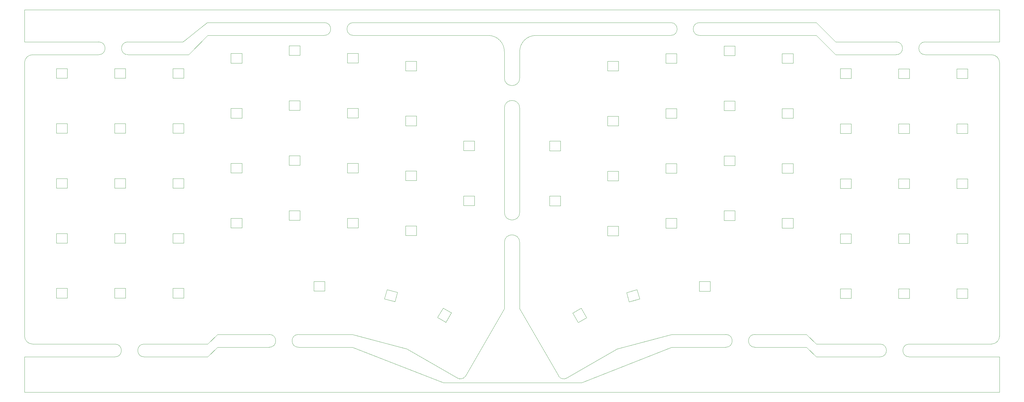
<source format=gbr>
%TF.GenerationSoftware,KiCad,Pcbnew,7.0.8*%
%TF.CreationDate,2025-08-29T19:51:40-04:00*%
%TF.ProjectId,Sango,53616e67-6f2e-46b6-9963-61645f706362,rev?*%
%TF.SameCoordinates,Original*%
%TF.FileFunction,Profile,NP*%
%FSLAX46Y46*%
G04 Gerber Fmt 4.6, Leading zero omitted, Abs format (unit mm)*
G04 Created by KiCad (PCBNEW 7.0.8) date 2025-08-29 19:51:40*
%MOMM*%
%LPD*%
G01*
G04 APERTURE LIST*
%TA.AperFunction,Profile*%
%ADD10C,0.100000*%
%TD*%
%TA.AperFunction,Profile*%
%ADD11C,0.120000*%
%TD*%
G04 APERTURE END LIST*
D10*
X320000000Y-285000000D02*
X323000000Y-288000000D01*
X76730000Y-184000000D02*
X76730000Y-194000000D01*
X161940000Y-289000000D02*
X178730000Y-289000000D01*
X225980000Y-247025000D02*
X225980000Y-214605000D01*
X76730000Y-303000000D02*
X380000000Y-303000000D01*
X286720000Y-192000000D02*
X320000000Y-192000000D01*
X76730000Y-292000000D02*
X76730000Y-303000000D01*
X329000000Y-194000000D02*
X323000000Y-188000000D01*
X136730000Y-192000000D02*
X133730000Y-192000000D01*
X161940000Y-285000000D02*
G75*
G03*
X161940000Y-289000000I0J-2000000D01*
G01*
X113940000Y-288000000D02*
X133730000Y-288000000D01*
X225980000Y-256415000D02*
X225980000Y-277000000D01*
X377500000Y-198000000D02*
X375750000Y-198000000D01*
X356890000Y-194000000D02*
G75*
G03*
X356890000Y-198000000I0J-2000000D01*
G01*
X99780000Y-198000000D02*
G75*
G03*
X99780000Y-194000000I0J2000000D01*
G01*
X133730000Y-292000000D02*
X113940000Y-292000000D01*
X127730000Y-198000000D02*
X133730000Y-192000000D01*
X380000000Y-285500000D02*
X380000000Y-212030000D01*
X230750000Y-214605000D02*
G75*
G03*
X225980000Y-214605000I-2385000J0D01*
G01*
X380000000Y-204000000D02*
X380000000Y-200500000D01*
X225980000Y-197000000D02*
G75*
G03*
X220980000Y-192000000I-5000000J0D01*
G01*
X169960000Y-188000000D02*
X133500000Y-188000000D01*
X277720000Y-188000000D02*
X179020000Y-188000000D01*
X225980000Y-277000000D02*
X213855199Y-297992800D01*
X136730000Y-285000000D02*
X133730000Y-288000000D01*
X211402305Y-298594003D02*
G75*
G03*
X213855198Y-297992799I928895J1514603D01*
G01*
X286720000Y-188000000D02*
X323000000Y-188000000D01*
X225980000Y-205215000D02*
X225980000Y-197000000D01*
X351930000Y-288000000D02*
G75*
G03*
X351930000Y-292000000I0J-2000000D01*
G01*
X377500000Y-288000000D02*
X351930000Y-288000000D01*
X351930000Y-292000000D02*
X380000000Y-292000000D01*
X380000000Y-200500000D02*
G75*
G03*
X377500000Y-198000000I-2500000J0D01*
G01*
X230750000Y-256415000D02*
G75*
G03*
X225980000Y-256415000I-2385000J0D01*
G01*
X76730000Y-285500000D02*
G75*
G03*
X79230000Y-288000000I2500000J0D01*
G01*
X79230000Y-198000000D02*
G75*
G03*
X76730000Y-200500000I0J-2500000D01*
G01*
X179020000Y-188000000D02*
G75*
G03*
X179020000Y-192000000I0J-2000000D01*
G01*
X211402304Y-298594004D02*
X195659492Y-289516660D01*
X380000000Y-184000000D02*
X380000000Y-194000000D01*
X320000000Y-289000000D02*
X303910000Y-289000000D01*
X303910000Y-285000000D02*
X320000000Y-285000000D01*
X380000000Y-204000000D02*
X380000000Y-212030000D01*
X278000000Y-289000000D02*
X250000000Y-300000000D01*
X76730000Y-184000000D02*
X380000000Y-184000000D01*
X323000000Y-192000000D02*
X320000000Y-192000000D01*
X380000000Y-302000000D02*
X380000000Y-303000000D01*
X152860000Y-285000000D02*
X136730000Y-285000000D01*
X152860000Y-289000000D02*
G75*
G03*
X152860000Y-285000000I0J2000000D01*
G01*
X104850000Y-292000000D02*
G75*
G03*
X104850000Y-288000000I0J2000000D01*
G01*
X356890000Y-198000000D02*
X375750000Y-198000000D01*
X377500000Y-288000000D02*
G75*
G03*
X380000000Y-285500000I0J2500000D01*
G01*
X242874801Y-297992800D02*
X230750000Y-277000000D01*
X220980000Y-192000000D02*
X179020000Y-192000000D01*
X342820000Y-292000000D02*
G75*
G03*
X342820000Y-288000000I0J2000000D01*
G01*
X342820000Y-292000000D02*
X323000000Y-292000000D01*
X76730000Y-285500000D02*
X76730000Y-212030000D01*
X329000000Y-198000000D02*
X323000000Y-192000000D01*
X347820000Y-198000000D02*
X329000000Y-198000000D01*
X230750000Y-205215000D02*
X230750000Y-197000000D01*
X235750000Y-192000000D02*
X277720000Y-192000000D01*
X380000000Y-302000000D02*
X380000000Y-292000000D01*
X99780000Y-194000000D02*
X76730000Y-194000000D01*
X136730000Y-289000000D02*
X133730000Y-292000000D01*
X286720000Y-188000000D02*
G75*
G03*
X286720000Y-192000000I0J-2000000D01*
G01*
X303910000Y-285000000D02*
G75*
G03*
X303910000Y-289000000I0J-2000000D01*
G01*
X230750000Y-214605000D02*
X230750000Y-247025000D01*
X108890000Y-194000000D02*
X126000000Y-194000000D01*
X169960000Y-192000000D02*
X136730000Y-192000000D01*
X76730000Y-200500000D02*
X76730000Y-212030000D01*
X323000000Y-292000000D02*
X320000000Y-289000000D01*
X136730000Y-289000000D02*
X152860000Y-289000000D01*
X380000000Y-194000000D02*
X356890000Y-194000000D01*
X294850000Y-289000000D02*
G75*
G03*
X294850000Y-285000000I0J2000000D01*
G01*
X278000000Y-285000000D02*
X294850000Y-285000000D01*
X230750000Y-256415000D02*
X230750000Y-277000000D01*
X261070508Y-289516660D02*
X245327696Y-298594004D01*
X195659492Y-289516660D02*
X178730000Y-285000000D01*
X108890000Y-198000000D02*
X127730000Y-198000000D01*
X347820000Y-194000000D02*
X329000000Y-194000000D01*
X207000000Y-300000000D02*
X178730000Y-289000000D01*
X82730000Y-198000000D02*
X79230000Y-198000000D01*
X342820000Y-288000000D02*
X323000000Y-288000000D01*
X277720000Y-192000000D02*
G75*
G03*
X277720000Y-188000000I0J2000000D01*
G01*
X250000000Y-300000000D02*
X207000000Y-300000000D01*
X235750000Y-192000000D02*
G75*
G03*
X230750000Y-197000000I0J-5000000D01*
G01*
X294850000Y-289000000D02*
X278000000Y-289000000D01*
X242874801Y-297992800D02*
G75*
G03*
X245327696Y-298594004I1523999J913400D01*
G01*
X347820000Y-198000000D02*
G75*
G03*
X347820000Y-194000000I0J2000000D01*
G01*
X225980000Y-205215000D02*
G75*
G03*
X230750000Y-205215000I2385000J0D01*
G01*
X99780000Y-198000000D02*
X82730000Y-198000000D01*
X79230000Y-288000000D02*
X104850000Y-288000000D01*
X169960000Y-192000000D02*
G75*
G03*
X169960000Y-188000000I0J2000000D01*
G01*
X113940000Y-288000000D02*
G75*
G03*
X113940000Y-292000000I0J-2000000D01*
G01*
X76730000Y-292000000D02*
X104850000Y-292000000D01*
X108890000Y-194000000D02*
G75*
G03*
X108890000Y-198000000I0J-2000000D01*
G01*
X225980000Y-247025000D02*
G75*
G03*
X230750000Y-247025000I2385000J0D01*
G01*
X133500000Y-188000000D02*
X126000000Y-194000000D01*
X161940000Y-285000000D02*
X178730000Y-285000000D01*
X278000000Y-285000000D02*
X261070508Y-289516660D01*
D11*
%TO.C,D139*%
X144330000Y-251862582D02*
X140930000Y-251862582D01*
X144330000Y-248862582D02*
X144330000Y-251862582D01*
X140930000Y-251862582D02*
X140930000Y-248862582D01*
X140930000Y-248862582D02*
X144330000Y-248862582D01*
%TO.C,D100*%
X159030000Y-229394000D02*
X162430000Y-229394000D01*
X159030000Y-232394000D02*
X159030000Y-229394000D01*
X162430000Y-229394000D02*
X162430000Y-232394000D01*
X162430000Y-232394000D02*
X159030000Y-232394000D01*
%TO.C,D121*%
X140930000Y-231769000D02*
X144330000Y-231769000D01*
X140930000Y-234769000D02*
X140930000Y-231769000D01*
X144330000Y-231769000D02*
X144330000Y-234769000D01*
X144330000Y-234769000D02*
X140930000Y-234769000D01*
%TO.C,D94*%
X370075000Y-239568582D02*
X366675000Y-239568582D01*
X370075000Y-236568582D02*
X370075000Y-239568582D01*
X366675000Y-239568582D02*
X366675000Y-236568582D01*
X366675000Y-236568582D02*
X370075000Y-236568582D01*
%TO.C,D96*%
X333875000Y-239568582D02*
X330475000Y-239568582D01*
X333875000Y-236568582D02*
X333875000Y-239568582D01*
X330475000Y-239568582D02*
X330475000Y-236568582D01*
X330475000Y-236568582D02*
X333875000Y-236568582D01*
%TO.C,D80*%
X294300000Y-212368582D02*
X297700000Y-212368582D01*
X294300000Y-215368582D02*
X294300000Y-212368582D01*
X297700000Y-212368582D02*
X297700000Y-215368582D01*
X297700000Y-215368582D02*
X294300000Y-215368582D01*
%TO.C,D123*%
X240025000Y-241968582D02*
X243425000Y-241968582D01*
X240025000Y-244968582D02*
X240025000Y-241968582D01*
X243425000Y-241968582D02*
X243425000Y-244968582D01*
X243425000Y-244968582D02*
X240025000Y-244968582D01*
%TO.C,D119*%
X86630000Y-202294000D02*
X90030000Y-202294000D01*
X86630000Y-205294000D02*
X86630000Y-202294000D01*
X90030000Y-202294000D02*
X90030000Y-205294000D01*
X90030000Y-205294000D02*
X86630000Y-205294000D01*
%TO.C,D138*%
X162430000Y-249487582D02*
X159030000Y-249487582D01*
X162430000Y-246487582D02*
X162430000Y-249487582D01*
X159030000Y-249487582D02*
X159030000Y-246487582D01*
X159030000Y-246487582D02*
X162430000Y-246487582D01*
%TO.C,D75*%
X333875000Y-205321600D02*
X330475000Y-205321600D01*
X333875000Y-202321600D02*
X333875000Y-205321600D01*
X330475000Y-205321600D02*
X330475000Y-202321600D01*
X330475000Y-202321600D02*
X333875000Y-202321600D01*
%TO.C,D126*%
X294300000Y-246543582D02*
X297700000Y-246543582D01*
X294300000Y-249543582D02*
X294300000Y-246543582D01*
X297700000Y-246543582D02*
X297700000Y-249543582D01*
X297700000Y-249543582D02*
X294300000Y-249543582D01*
%TO.C,D125*%
X276200000Y-248918582D02*
X279600000Y-248918582D01*
X276200000Y-251918582D02*
X276200000Y-248918582D01*
X279600000Y-248918582D02*
X279600000Y-251918582D01*
X279600000Y-251918582D02*
X276200000Y-251918582D01*
%TO.C,D142*%
X104730000Y-270669000D02*
X108130000Y-270669000D01*
X104730000Y-273669000D02*
X104730000Y-270669000D01*
X108130000Y-270669000D02*
X108130000Y-273669000D01*
X108130000Y-273669000D02*
X104730000Y-273669000D01*
%TO.C,D120*%
X180530000Y-217669000D02*
X177130000Y-217669000D01*
X180530000Y-214669000D02*
X180530000Y-217669000D01*
X177130000Y-217669000D02*
X177130000Y-214669000D01*
X177130000Y-214669000D02*
X180530000Y-214669000D01*
%TO.C,D99*%
X162430000Y-215294000D02*
X159030000Y-215294000D01*
X162430000Y-212294000D02*
X162430000Y-215294000D01*
X159030000Y-215294000D02*
X159030000Y-212294000D01*
X159030000Y-212294000D02*
X162430000Y-212294000D01*
%TO.C,D141*%
X86630000Y-270669000D02*
X90030000Y-270669000D01*
X86630000Y-273669000D02*
X86630000Y-270669000D01*
X90030000Y-270669000D02*
X90030000Y-273669000D01*
X90030000Y-273669000D02*
X86630000Y-273669000D01*
%TO.C,D102*%
X122830000Y-202294000D02*
X126230000Y-202294000D01*
X122830000Y-205294000D02*
X122830000Y-202294000D01*
X126230000Y-202294000D02*
X126230000Y-205294000D01*
X126230000Y-205294000D02*
X122830000Y-205294000D01*
%TO.C,D133*%
X268023799Y-273974344D02*
X264739652Y-274854329D01*
X267247342Y-271076567D02*
X268023799Y-273974344D01*
X264739652Y-274854329D02*
X263963195Y-271956552D01*
X263963195Y-271956552D02*
X267247342Y-271076567D01*
%TO.C,D83*%
X348575000Y-219493582D02*
X351975000Y-219493582D01*
X348575000Y-222493582D02*
X348575000Y-219493582D01*
X351975000Y-219493582D02*
X351975000Y-222493582D01*
X351975000Y-222493582D02*
X348575000Y-222493582D01*
%TO.C,D82*%
X330475000Y-219493582D02*
X333875000Y-219493582D01*
X330475000Y-222493582D02*
X330475000Y-219493582D01*
X333875000Y-219493582D02*
X333875000Y-222493582D01*
X333875000Y-222493582D02*
X330475000Y-222493582D01*
%TO.C,D107*%
X126230000Y-222394000D02*
X122830000Y-222394000D01*
X126230000Y-219394000D02*
X126230000Y-222394000D01*
X122830000Y-222394000D02*
X122830000Y-219394000D01*
X122830000Y-219394000D02*
X126230000Y-219394000D01*
%TO.C,D116*%
X198616577Y-220069000D02*
X195216577Y-220069000D01*
X198616577Y-217069000D02*
X198616577Y-220069000D01*
X195216577Y-220069000D02*
X195216577Y-217069000D01*
X195216577Y-217069000D02*
X198616577Y-217069000D01*
%TO.C,D79*%
X261500000Y-202993582D02*
X258100000Y-202993582D01*
X261500000Y-199993582D02*
X261500000Y-202993582D01*
X258100000Y-202993582D02*
X258100000Y-199993582D01*
X258100000Y-199993582D02*
X261500000Y-199993582D01*
%TO.C,D106*%
X140930000Y-197594000D02*
X144330000Y-197594000D01*
X140930000Y-200594000D02*
X140930000Y-197594000D01*
X144330000Y-197594000D02*
X144330000Y-200594000D01*
X144330000Y-200594000D02*
X140930000Y-200594000D01*
%TO.C,D98*%
X104730000Y-202294000D02*
X108130000Y-202294000D01*
X104730000Y-205294000D02*
X104730000Y-202294000D01*
X108130000Y-202294000D02*
X108130000Y-205294000D01*
X108130000Y-205294000D02*
X104730000Y-205294000D01*
%TO.C,D118*%
X195216577Y-199994000D02*
X198616577Y-199994000D01*
X195216577Y-202994000D02*
X195216577Y-199994000D01*
X198616577Y-199994000D02*
X198616577Y-202994000D01*
X198616577Y-202994000D02*
X195216577Y-202994000D01*
%TO.C,D84*%
X366675000Y-219493582D02*
X370075000Y-219493582D01*
X366675000Y-222493582D02*
X366675000Y-219493582D01*
X370075000Y-219493582D02*
X370075000Y-222493582D01*
X370075000Y-222493582D02*
X366675000Y-222493582D01*
%TO.C,D137*%
X180530000Y-251862582D02*
X177130000Y-251862582D01*
X180530000Y-248862582D02*
X180530000Y-251862582D01*
X177130000Y-251862582D02*
X177130000Y-248862582D01*
X177130000Y-248862582D02*
X180530000Y-248862582D01*
%TO.C,D89*%
X240025000Y-224868582D02*
X243425000Y-224868582D01*
X240025000Y-227868582D02*
X240025000Y-224868582D01*
X243425000Y-224868582D02*
X243425000Y-227868582D01*
X243425000Y-227868582D02*
X240025000Y-227868582D01*
%TO.C,D90*%
X258100000Y-217093582D02*
X261500000Y-217093582D01*
X258100000Y-220093582D02*
X258100000Y-217093582D01*
X261500000Y-217093582D02*
X261500000Y-220093582D01*
X261500000Y-220093582D02*
X258100000Y-220093582D01*
%TO.C,D85*%
X370075000Y-205393582D02*
X366675000Y-205393582D01*
X370075000Y-202393582D02*
X370075000Y-205393582D01*
X366675000Y-205393582D02*
X366675000Y-202393582D01*
X366675000Y-202393582D02*
X370075000Y-202393582D01*
%TO.C,D76*%
X315775000Y-200618582D02*
X312375000Y-200618582D01*
X315775000Y-197618582D02*
X315775000Y-200618582D01*
X312375000Y-200618582D02*
X312375000Y-197618582D01*
X312375000Y-197618582D02*
X315775000Y-197618582D01*
%TO.C,D128*%
X330475000Y-253668582D02*
X333875000Y-253668582D01*
X330475000Y-256668582D02*
X330475000Y-253668582D01*
X333875000Y-253668582D02*
X333875000Y-256668582D01*
X333875000Y-256668582D02*
X330475000Y-256668582D01*
%TO.C,D101*%
X108130000Y-256594000D02*
X104730000Y-256594000D01*
X108130000Y-253594000D02*
X108130000Y-256594000D01*
X104730000Y-256594000D02*
X104730000Y-253594000D01*
X104730000Y-253594000D02*
X108130000Y-253594000D01*
%TO.C,D78*%
X279600000Y-200618582D02*
X276200000Y-200618582D01*
X279600000Y-197618582D02*
X279600000Y-200618582D01*
X276200000Y-200618582D02*
X276200000Y-197618582D01*
X276200000Y-197618582D02*
X279600000Y-197618582D01*
%TO.C,D104*%
X177130000Y-231769000D02*
X180530000Y-231769000D01*
X177130000Y-234769000D02*
X177130000Y-231769000D01*
X180530000Y-231769000D02*
X180530000Y-234769000D01*
X180530000Y-234769000D02*
X177130000Y-234769000D01*
%TO.C,D108*%
X195216577Y-234144000D02*
X198616577Y-234144000D01*
X195216577Y-237144000D02*
X195216577Y-234144000D01*
X198616577Y-234144000D02*
X198616577Y-237144000D01*
X198616577Y-237144000D02*
X195216577Y-237144000D01*
%TO.C,D115*%
X90030000Y-222394000D02*
X86630000Y-222394000D01*
X90030000Y-219394000D02*
X90030000Y-222394000D01*
X86630000Y-222394000D02*
X86630000Y-219394000D01*
X86630000Y-219394000D02*
X90030000Y-219394000D01*
%TO.C,D140*%
X126230000Y-256594000D02*
X122830000Y-256594000D01*
X126230000Y-253594000D02*
X126230000Y-256594000D01*
X122830000Y-256594000D02*
X122830000Y-253594000D01*
X122830000Y-253594000D02*
X126230000Y-253594000D01*
%TO.C,D88*%
X261500000Y-237193582D02*
X258100000Y-237193582D01*
X261500000Y-234193582D02*
X261500000Y-237193582D01*
X258100000Y-237193582D02*
X258100000Y-234193582D01*
X258100000Y-234193582D02*
X261500000Y-234193582D01*
%TO.C,D132*%
X289987592Y-271545077D02*
X286587592Y-271545077D01*
X289987592Y-268545077D02*
X289987592Y-271545077D01*
X286587592Y-271545077D02*
X286587592Y-268545077D01*
X286587592Y-268545077D02*
X289987592Y-268545077D01*
%TO.C,D81*%
X312375000Y-214718582D02*
X315775000Y-214718582D01*
X312375000Y-217718582D02*
X312375000Y-214718582D01*
X315775000Y-214718582D02*
X315775000Y-217718582D01*
X315775000Y-217718582D02*
X312375000Y-217718582D01*
%TO.C,D113*%
X104730000Y-236494000D02*
X108130000Y-236494000D01*
X104730000Y-239494000D02*
X104730000Y-236494000D01*
X108130000Y-236494000D02*
X108130000Y-239494000D01*
X108130000Y-239494000D02*
X104730000Y-239494000D01*
%TO.C,D135*%
X216705000Y-244912582D02*
X213305000Y-244912582D01*
X216705000Y-241912582D02*
X216705000Y-244912582D01*
X213305000Y-244912582D02*
X213305000Y-241912582D01*
X213305000Y-241912582D02*
X216705000Y-241912582D01*
%TO.C,D131*%
X333875000Y-273768582D02*
X330475000Y-273768582D01*
X333875000Y-270768582D02*
X333875000Y-273768582D01*
X330475000Y-273768582D02*
X330475000Y-270768582D01*
X330475000Y-270768582D02*
X333875000Y-270768582D01*
%TO.C,D87*%
X279600000Y-234818582D02*
X276200000Y-234818582D01*
X279600000Y-231818582D02*
X279600000Y-234818582D01*
X276200000Y-234818582D02*
X276200000Y-231818582D01*
X276200000Y-231818582D02*
X279600000Y-231818582D01*
%TO.C,D127*%
X312375000Y-248918582D02*
X315775000Y-248918582D01*
X312375000Y-251918582D02*
X312375000Y-248918582D01*
X315775000Y-248918582D02*
X315775000Y-251918582D01*
X315775000Y-251918582D02*
X312375000Y-251918582D01*
%TO.C,D134*%
X248918681Y-281267320D02*
X247218681Y-278322834D01*
X251516757Y-279767320D02*
X248918681Y-281267320D01*
X247218681Y-278322834D02*
X249816757Y-276822834D01*
X249816757Y-276822834D02*
X251516757Y-279767320D01*
%TO.C,D112*%
X216705000Y-227819000D02*
X213305000Y-227819000D01*
X216705000Y-224819000D02*
X216705000Y-227819000D01*
X213305000Y-227819000D02*
X213305000Y-224819000D01*
X213305000Y-224819000D02*
X216705000Y-224819000D01*
%TO.C,D111*%
X108130000Y-222394000D02*
X104730000Y-222394000D01*
X108130000Y-219394000D02*
X108130000Y-222394000D01*
X104730000Y-222394000D02*
X104730000Y-219394000D01*
X104730000Y-219394000D02*
X108130000Y-219394000D01*
%TO.C,D136*%
X198616577Y-254237582D02*
X195216577Y-254237582D01*
X198616577Y-251237582D02*
X198616577Y-254237582D01*
X195216577Y-254237582D02*
X195216577Y-251237582D01*
X195216577Y-251237582D02*
X198616577Y-251237582D01*
%TO.C,D74*%
X351975000Y-205393582D02*
X348575000Y-205393582D01*
X351975000Y-202393582D02*
X351975000Y-205393582D01*
X348575000Y-205393582D02*
X348575000Y-202393582D01*
X348575000Y-202393582D02*
X351975000Y-202393582D01*
%TO.C,D92*%
X348575000Y-253668582D02*
X351975000Y-253668582D01*
X348575000Y-256668582D02*
X348575000Y-253668582D01*
X351975000Y-253668582D02*
X351975000Y-256668582D01*
X351975000Y-256668582D02*
X348575000Y-256668582D01*
%TO.C,D144*%
X166716577Y-268487582D02*
X170116577Y-268487582D01*
X166716577Y-271487582D02*
X166716577Y-268487582D01*
X170116577Y-268487582D02*
X170116577Y-271487582D01*
X170116577Y-271487582D02*
X166716577Y-271487582D01*
%TO.C,D124*%
X258100000Y-251293582D02*
X261500000Y-251293582D01*
X258100000Y-254293582D02*
X258100000Y-251293582D01*
X261500000Y-251293582D02*
X261500000Y-254293582D01*
X261500000Y-254293582D02*
X258100000Y-254293582D01*
%TO.C,D114*%
X177130000Y-197569000D02*
X180530000Y-197569000D01*
X177130000Y-200569000D02*
X177130000Y-197569000D01*
X180530000Y-197569000D02*
X180530000Y-200569000D01*
X180530000Y-200569000D02*
X177130000Y-200569000D01*
%TO.C,D109*%
X86630000Y-236494000D02*
X90030000Y-236494000D01*
X86630000Y-239494000D02*
X86630000Y-236494000D01*
X90030000Y-236494000D02*
X90030000Y-239494000D01*
X90030000Y-239494000D02*
X86630000Y-239494000D01*
%TO.C,D77*%
X297700000Y-198268582D02*
X294300000Y-198268582D01*
X297700000Y-195268582D02*
X297700000Y-198268582D01*
X294300000Y-198268582D02*
X294300000Y-195268582D01*
X294300000Y-195268582D02*
X297700000Y-195268582D01*
%TO.C,D129*%
X370075000Y-273768582D02*
X366675000Y-273768582D01*
X370075000Y-270768582D02*
X370075000Y-273768582D01*
X366675000Y-273768582D02*
X366675000Y-270768582D01*
X366675000Y-270768582D02*
X370075000Y-270768582D01*
%TO.C,D145*%
X189463092Y-271031343D02*
X192747239Y-271911328D01*
X188686635Y-273929120D02*
X189463092Y-271031343D01*
X192747239Y-271911328D02*
X191970782Y-274809105D01*
X191970782Y-274809105D02*
X188686635Y-273929120D01*
%TO.C,D146*%
X205196662Y-279722096D02*
X206896662Y-276777610D01*
X207794738Y-281222096D02*
X205196662Y-279722096D01*
X206896662Y-276777610D02*
X209494738Y-278277610D01*
X209494738Y-278277610D02*
X207794738Y-281222096D01*
%TO.C,D97*%
X315775000Y-234818582D02*
X312375000Y-234818582D01*
X315775000Y-231818582D02*
X315775000Y-234818582D01*
X312375000Y-234818582D02*
X312375000Y-231818582D01*
X312375000Y-231818582D02*
X315775000Y-231818582D01*
%TO.C,D143*%
X122830000Y-270669000D02*
X126230000Y-270669000D01*
X122830000Y-273669000D02*
X122830000Y-270669000D01*
X126230000Y-270669000D02*
X126230000Y-273669000D01*
X126230000Y-273669000D02*
X122830000Y-273669000D01*
%TO.C,D117*%
X122830000Y-236494000D02*
X126230000Y-236494000D01*
X122830000Y-239494000D02*
X122830000Y-236494000D01*
X126230000Y-236494000D02*
X126230000Y-239494000D01*
X126230000Y-239494000D02*
X122830000Y-239494000D01*
%TO.C,D91*%
X276200000Y-214718582D02*
X279600000Y-214718582D01*
X276200000Y-217718582D02*
X276200000Y-214718582D01*
X279600000Y-214718582D02*
X279600000Y-217718582D01*
X279600000Y-217718582D02*
X276200000Y-217718582D01*
%TO.C,D105*%
X90030000Y-256594000D02*
X86630000Y-256594000D01*
X90030000Y-253594000D02*
X90030000Y-256594000D01*
X86630000Y-256594000D02*
X86630000Y-253594000D01*
X86630000Y-253594000D02*
X90030000Y-253594000D01*
%TO.C,D93*%
X366675000Y-253668582D02*
X370075000Y-253668582D01*
X366675000Y-256668582D02*
X366675000Y-253668582D01*
X370075000Y-253668582D02*
X370075000Y-256668582D01*
X370075000Y-256668582D02*
X366675000Y-256668582D01*
%TO.C,D103*%
X144330000Y-217694000D02*
X140930000Y-217694000D01*
X144330000Y-214694000D02*
X144330000Y-217694000D01*
X140930000Y-217694000D02*
X140930000Y-214694000D01*
X140930000Y-214694000D02*
X144330000Y-214694000D01*
%TO.C,D110*%
X159030000Y-195194000D02*
X162430000Y-195194000D01*
X159030000Y-198194000D02*
X159030000Y-195194000D01*
X162430000Y-195194000D02*
X162430000Y-198194000D01*
X162430000Y-198194000D02*
X159030000Y-198194000D01*
%TO.C,D95*%
X351975000Y-239568582D02*
X348575000Y-239568582D01*
X351975000Y-236568582D02*
X351975000Y-239568582D01*
X348575000Y-239568582D02*
X348575000Y-236568582D01*
X348575000Y-236568582D02*
X351975000Y-236568582D01*
%TO.C,D86*%
X297700000Y-232468582D02*
X294300000Y-232468582D01*
X297700000Y-229468582D02*
X297700000Y-232468582D01*
X294300000Y-232468582D02*
X294300000Y-229468582D01*
X294300000Y-229468582D02*
X297700000Y-229468582D01*
%TO.C,D130*%
X351975000Y-273768582D02*
X348575000Y-273768582D01*
X351975000Y-270768582D02*
X351975000Y-273768582D01*
X348575000Y-273768582D02*
X348575000Y-270768582D01*
X348575000Y-270768582D02*
X351975000Y-270768582D01*
%TD*%
M02*

</source>
